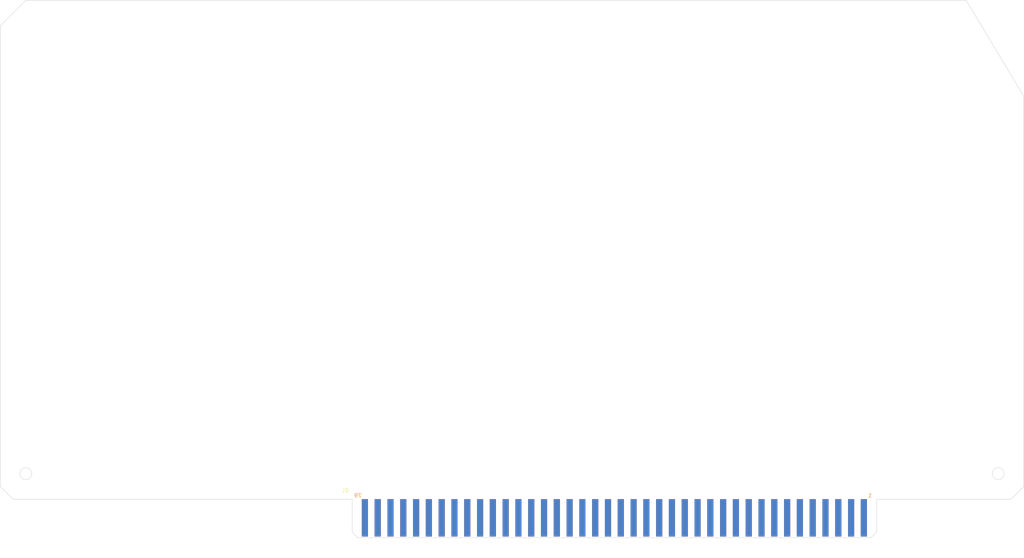
<source format=kicad_pcb>
(kicad_pcb (version 20211014) (generator pcbnew)
  (layers (0 "F.Cu" signal) (31 "B.Cu" signal) (34 "B.Paste" user) (35 "F.Paste" user) (36 "B.SilkS" user "B.Silkscreen") (37 "F.SilkS" user "F.Silkscreen") (38 "B.Mask" user) (39 "F.Mask" user) (44 "Edge.Cuts" user))
  (net 0 "")
  (footprint "GenericComponents:Edge_Connector_80-125-nooutline" (layer "F.Cu") (at 152.4 9.4742)
    (fp_text reference "J0" (at -66.7766 -11.684) (layer "F.SilkS"))
    (fp_text value "80pin .125")
    (fp_text user "79" (at -63.6016 -10.414) (layer "B.SilkS") (effects (justify mirror)))
    (fp_text user "1" (at 63.3984 -10.414) (layer "B.SilkS") (effects (justify mirror)))
    (fp_text user "80" (at -63.6016 -10.414) (layer "F.SilkS"))
    (fp_text user "2" (at 63.3984 -10.414) (layer "F.SilkS"))
    (pad "1" connect rect locked (at 61.9125 -4.8514) (size 1.524 9.271) (layers "B.Cu" "F.Mask"))
    (pad "2" connect rect locked (at 61.9125 -4.8514) (size 1.524 9.271) (layers "F.Cu" "F.Mask"))
    (pad "3" connect rect locked (at 58.7375 -4.8514) (size 1.524 9.271) (layers "B.Cu" "F.Mask"))
    (pad "4" connect rect locked (at 58.7375 -4.8514) (size 1.524 9.271) (layers "F.Cu" "F.Mask"))
    (pad "5" connect rect locked (at 55.5625 -4.8514) (size 1.524 9.271) (layers "B.Cu" "F.Mask"))
    (pad "6" connect rect locked (at 55.5625 -4.8514) (size 1.524 9.271) (layers "F.Cu" "F.Mask"))
    (pad "7" connect rect locked (at 52.3875 -4.8514) (size 1.524 9.271) (layers "B.Cu" "F.Mask"))
    (pad "8" connect rect locked (at 52.3875 -4.8514) (size 1.524 9.271) (layers "F.Cu" "F.Mask"))
    (pad "9" connect rect locked (at 49.2125 -4.8514) (size 1.524 9.271) (layers "B.Cu" "F.Mask"))
    (pad "10" connect rect locked (at 49.2125 -4.8514) (size 1.524 9.271) (layers "F.Cu" "F.Mask"))
    (pad "11" connect rect locked (at 46.0375 -4.8514) (size 1.524 9.271) (layers "B.Cu" "F.Mask"))
    (pad "12" connect rect locked (at 46.0375 -4.8514) (size 1.524 9.271) (layers "F.Cu" "F.Mask"))
    (pad "13" connect rect locked (at 42.8625 -4.8514) (size 1.524 9.271) (layers "B.Cu" "F.Mask"))
    (pad "14" connect rect locked (at 42.8625 -4.8514) (size 1.524 9.271) (layers "F.Cu" "F.Mask"))
    (pad "15" connect rect locked (at 39.6875 -4.8514) (size 1.524 9.271) (layers "B.Cu" "F.Mask"))
    (pad "16" connect rect locked (at 39.6875 -4.8514) (size 1.524 9.271) (layers "F.Cu" "F.Mask"))
    (pad "17" connect rect locked (at 36.5125 -4.8514) (size 1.524 9.271) (layers "B.Cu" "F.Mask"))
    (pad "18" connect rect locked (at 36.5125 -4.8514) (size 1.524 9.271) (layers "F.Cu" "F.Mask"))
    (pad "19" connect rect locked (at 33.3375 -4.8514) (size 1.524 9.271) (layers "B.Cu" "F.Mask"))
    (pad "20" connect rect locked (at 33.3375 -4.8514) (size 1.524 9.271) (layers "F.Cu" "F.Mask"))
    (pad "21" connect rect locked (at 30.1625 -4.8514) (size 1.524 9.271) (layers "B.Cu" "F.Mask"))
    (pad "22" connect rect locked (at 30.1625 -4.8514) (size 1.524 9.271) (layers "F.Cu" "F.Mask"))
    (pad "23" connect rect locked (at 26.9875 -4.8514) (size 1.524 9.271) (layers "B.Cu" "F.Mask"))
    (pad "24" connect rect locked (at 26.9875 -4.8514) (size 1.524 9.271) (layers "F.Cu" "F.Mask"))
    (pad "25" connect rect locked (at 23.8125 -4.8514) (size 1.524 9.271) (layers "B.Cu" "F.Mask"))
    (pad "26" connect rect locked (at 23.8125 -4.8514) (size 1.524 9.271) (layers "F.Cu" "F.Mask"))
    (pad "27" connect rect locked (at 20.6375 -4.8514) (size 1.524 9.271) (layers "B.Cu" "F.Mask"))
    (pad "28" connect rect locked (at 20.6375 -4.8514) (size 1.524 9.271) (layers "F.Cu" "F.Mask"))
    (pad "29" connect rect locked (at 17.4625 -4.8514) (size 1.524 9.271) (layers "B.Cu" "F.Mask"))
    (pad "30" connect rect locked (at 17.4625 -4.8514) (size 1.524 9.271) (layers "F.Cu" "F.Mask"))
    (pad "31" connect rect locked (at 14.2875 -4.8514) (size 1.524 9.271) (layers "B.Cu" "F.Mask"))
    (pad "32" connect rect locked (at 14.2875 -4.8514) (size 1.524 9.271) (layers "F.Cu" "F.Mask"))
    (pad "33" connect rect locked (at 11.1125 -4.8514) (size 1.524 9.271) (layers "B.Cu" "F.Mask"))
    (pad "34" connect rect locked (at 11.1125 -4.8514) (size 1.524 9.271) (layers "F.Cu" "F.Mask"))
    (pad "35" connect rect locked (at 7.9375 -4.8514) (size 1.524 9.271) (layers "B.Cu" "F.Mask"))
    (pad "36" connect rect locked (at 7.9375 -4.8514) (size 1.524 9.271) (layers "F.Cu" "F.Mask"))
    (pad "37" connect rect locked (at 4.7625 -4.8514) (size 1.524 9.271) (layers "B.Cu" "F.Mask"))
    (pad "38" connect rect locked (at 4.7625 -4.8514) (size 1.524 9.271) (layers "F.Cu" "F.Mask"))
    (pad "39" connect rect locked (at 1.5875 -4.8514) (size 1.524 9.271) (layers "B.Cu" "F.Mask"))
    (pad "40" connect rect locked (at 1.5875 -4.8514) (size 1.524 9.271) (layers "F.Cu" "F.Mask"))
    (pad "41" connect rect locked (at -1.5875 -4.8514) (size 1.524 9.271) (layers "B.Cu" "F.Mask"))
    (pad "42" connect rect locked (at -1.5875 -4.8514) (size 1.524 9.271) (layers "F.Cu" "F.Mask"))
    (pad "43" connect rect locked (at -4.7625 -4.8514) (size 1.524 9.271) (layers "B.Cu" "F.Mask"))
    (pad "44" connect rect locked (at -4.7625 -4.8514) (size 1.524 9.271) (layers "F.Cu" "F.Mask"))
    (pad "45" connect rect locked (at -7.9375 -4.8514) (size 1.524 9.271) (layers "B.Cu" "F.Mask"))
    (pad "46" connect rect locked (at -7.9375 -4.8514) (size 1.524 9.271) (layers "F.Cu" "F.Mask"))
    (pad "47" connect rect locked (at -11.1125 -4.8514) (size 1.524 9.271) (layers "B.Cu" "F.Mask"))
    (pad "48" connect rect locked (at -11.1125 -4.8514) (size 1.524 9.271) (layers "F.Cu" "F.Mask"))
    (pad "49" connect rect locked (at -14.2875 -4.8514) (size 1.524 9.271) (layers "B.Cu" "F.Mask"))
    (pad "50" connect rect locked (at -14.2875 -4.8514) (size 1.524 9.271) (layers "F.Cu" "F.Mask"))
    (pad "51" connect rect locked (at -17.4625 -4.8514) (size 1.524 9.271) (layers "B.Cu" "F.Mask"))
    (pad "52" connect rect locked (at -17.4625 -4.8514) (size 1.524 9.271) (layers "F.Cu" "F.Mask"))
    (pad "53" connect rect locked (at -20.6375 -4.8514) (size 1.524 9.271) (layers "B.Cu" "F.Mask"))
    (pad "54" connect rect locked (at -20.6375 -4.8514) (size 1.524 9.271) (layers "F.Cu" "F.Mask"))
    (pad "55" connect rect locked (at -23.8125 -4.8514) (size 1.524 9.271) (layers "B.Cu" "F.Mask"))
    (pad "56" connect rect locked (at -23.8125 -4.8514) (size 1.524 9.271) (layers "F.Cu" "F.Mask"))
    (pad "57" connect rect locked (at -26.9875 -4.8514) (size 1.524 9.271) (layers "B.Cu" "F.Mask"))
    (pad "58" connect rect locked (at -26.9875 -4.8514) (size 1.524 9.271) (layers "F.Cu" "F.Mask"))
    (pad "59" connect rect locked (at -30.1625 -4.8514) (size 1.524 9.271) (layers "B.Cu" "F.Mask"))
    (pad "60" connect rect locked (at -30.1625 -4.8514) (size 1.524 9.271) (layers "F.Cu" "F.Mask"))
    (pad "61" connect rect locked (at -33.3375 -4.8514) (size 1.524 9.271) (layers "B.Cu" "F.Mask"))
    (pad "62" connect rect locked (at -33.3375 -4.8514) (size 1.524 9.271) (layers "F.Cu" "F.Mask"))
    (pad "63" connect rect locked (at -36.5125 -4.8514) (size 1.524 9.271) (layers "B.Cu" "F.Mask"))
    (pad "64" connect rect locked (at -36.5125 -4.8514) (size 1.524 9.271) (layers "F.Cu" "F.Mask"))
    (pad "65" connect rect locked (at -39.6875 -4.8514) (size 1.524 9.271) (layers "B.Cu" "F.Mask"))
    (pad "66" connect rect locked (at -39.6875 -4.8514) (size 1.524 9.271) (layers "F.Cu" "F.Mask"))
    (pad "67" connect rect locked (at -42.8625 -4.8514) (size 1.524 9.271) (layers "B.Cu" "F.Mask"))
    (pad "68" connect rect locked (at -42.8625 -4.8514) (size 1.524 9.271) (layers "F.Cu" "F.Mask"))
    (pad "69" connect rect locked (at -46.0375 -4.8514) (size 1.524 9.271) (layers "B.Cu" "F.Mask"))
    (pad "70" connect rect locked (at -46.0375 -4.8514) (size 1.524 9.271) (layers "F.Cu" "F.Mask"))
    (pad "71" connect rect locked (at -49.2125 -4.8514) (size 1.524 9.271) (layers "B.Cu" "F.Mask"))
    (pad "72" connect rect locked (at -49.2125 -4.8514) (size 1.524 9.271) (layers "F.Cu" "F.Mask"))
    (pad "73" connect rect locked (at -52.3875 -4.8514) (size 1.524 9.271) (layers "B.Cu" "F.Mask"))
    (pad "74" connect rect locked (at -52.3875 -4.8514) (size 1.524 9.271) (layers "F.Cu" "F.Mask"))
    (pad "75" connect rect locked (at -55.5625 -4.8514) (size 1.524 9.271) (layers "B.Cu" "F.Mask"))
    (pad "76" connect rect locked (at -55.5625 -4.8514) (size 1.524 9.271) (layers "F.Cu" "F.Mask"))
    (pad "77" connect rect locked (at -58.7375 -4.8514) (size 1.524 9.271) (layers "B.Cu" "F.Mask"))
    (pad "78" connect rect locked (at -58.7375 -4.8514) (size 1.524 9.271) (layers "F.Cu" "F.Mask"))
    (pad "79" connect rect locked (at -61.9125 -4.8514) (size 1.524 9.271) (layers "B.Cu" "F.Mask"))
    (pad "80" connect rect locked (at -61.9125 -4.8514) (size 1.524 9.271) (layers "F.Cu" "F.Mask"))
  )
  (gr_line locked (start 216.0905 9.525) (end 88.7095 9.525) (layer "Edge.Cuts") (width 0.1016))
  (gr_circle locked (center 6.35 -6.35) (end 7.8232 -6.35) (layer "Edge.Cuts") (width 0.1016) (fill none))
  (gr_line locked (start 217.4875 0) (end 250.825 0) (layer "Edge.Cuts") (width 0.1016))
  (gr_line locked (start 88.7095 9.525) (end 87.3125 8.128) (layer "Edge.Cuts") (width 0.1016))
  (gr_line locked (start 87.3125 0) (end 87.3125 8.128) (layer "Edge.Cuts") (width 0.1016))
  (gr_circle locked (center 247.65 -6.35) (end 249.1232 -6.35) (layer "Edge.Cuts") (width 0.1016) (fill none))
  (gr_line locked (start 217.4875 0) (end 217.4875 8.128) (layer "Edge.Cuts") (width 0.1016))
  (gr_line locked (start 254 -3.175) (end 254 -100.0125) (layer "Edge.Cuts") (width 0.1016))
  (gr_line locked (start 0 -117.475) (end 0 -3.175) (layer "Edge.Cuts") (width 0.1016))
  (gr_line locked (start 0 -117.475) (end 6.35 -123.825) (layer "Edge.Cuts") (width 0.1016))
  (gr_line locked (start 217.4875 8.128) (end 216.0905 9.525) (layer "Edge.Cuts") (width 0.1016))
  (gr_line locked (start 239.7125 -123.825) (end 254 -100.0125) (layer "Edge.Cuts") (width 0.1016))
  (gr_line locked (start 0 -3.175) (end 3.175 0) (layer "Edge.Cuts") (width 0.1016))
  (gr_line locked (start 6.35 -123.825) (end 239.7125 -123.825) (layer "Edge.Cuts") (width 0.1016))
  (gr_line locked (start 250.825 0) (end 254 -3.175) (layer "Edge.Cuts") (width 0.1016))
  (gr_line locked (start 87.3125 0) (end 3.175 0) (layer "Edge.Cuts") (width 0.1016))
)
</source>
